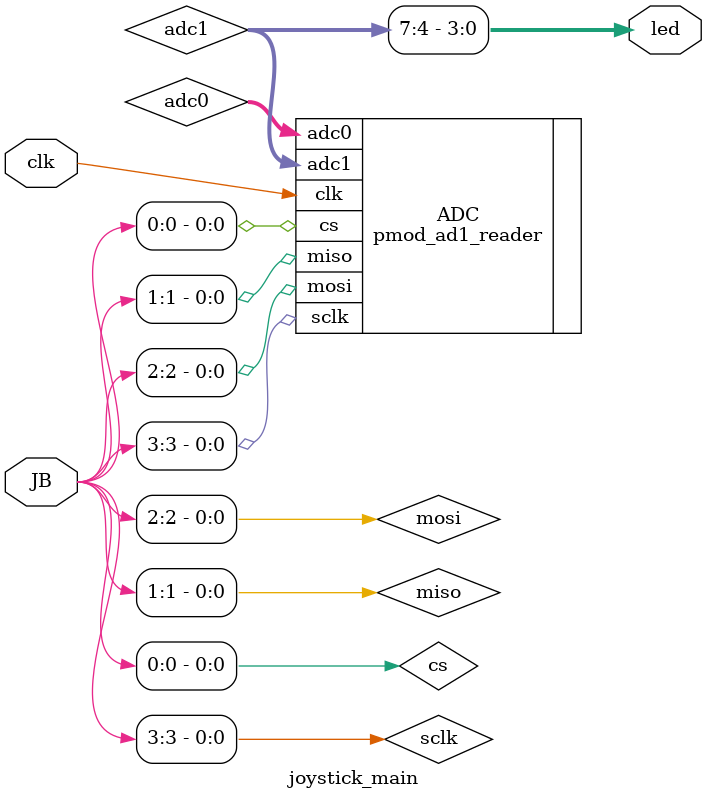
<source format=v>
`timescale 1ns / 1ps

module joystick_main(
    input clk,               // 100 MHz system clock
    inout [4:0] JB,          // JB[0]=CS, JB[1]=MISO, JB[2]=MOSI, JB[3]=CLK
    output [3:0] led         // top 4 bits of X for demo
);

    // SPI signals
    wire cs   = JB[0];
    wire miso = JB[1];
    wire mosi = JB[2];
    wire sclk = JB[3];

    wire [11:0] adc0;
    wire [11:0] adc1;

    // Instantiate the ADC reader
    pmod_ad1_reader ADC (
        .clk(clk),
        .cs(cs),
        .sclk(sclk),
        .mosi(mosi),
        .miso(miso),
        .adc0(adc0),
        .adc1(adc1)
    );

    // Map X to top 8 LEDs, Y to bottom 8 LEDs
    assign led[15:8] = adc0[11:4];  // X axis
    assign led[7:0]  = adc1[11:4];  // Y axis
    
endmodule


</source>
